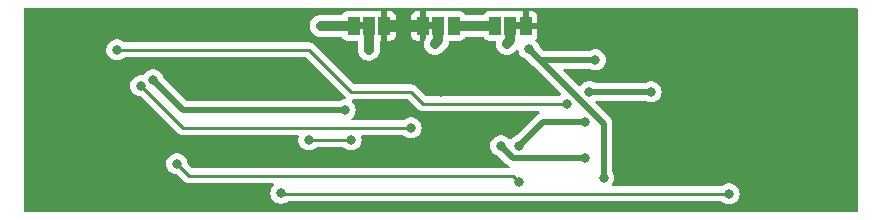
<source format=gbr>
%TF.GenerationSoftware,KiCad,Pcbnew,7.0.10-7.0.10~ubuntu22.04.1*%
%TF.CreationDate,2024-03-22T20:20:15-04:00*%
%TF.ProjectId,mechanicalkeyboard-touchid-hub,6d656368-616e-4696-9361-6c6b6579626f,rev?*%
%TF.SameCoordinates,Original*%
%TF.FileFunction,Copper,L2,Bot*%
%TF.FilePolarity,Positive*%
%FSLAX46Y46*%
G04 Gerber Fmt 4.6, Leading zero omitted, Abs format (unit mm)*
G04 Created by KiCad (PCBNEW 7.0.10-7.0.10~ubuntu22.04.1) date 2024-03-22 20:20:15*
%MOMM*%
%LPD*%
G01*
G04 APERTURE LIST*
%TA.AperFunction,SMDPad,CuDef*%
%ADD10R,1.000000X1.500000*%
%TD*%
%TA.AperFunction,ViaPad*%
%ADD11C,0.800000*%
%TD*%
%TA.AperFunction,Conductor*%
%ADD12C,0.250000*%
%TD*%
%TA.AperFunction,Conductor*%
%ADD13C,0.500000*%
%TD*%
%TA.AperFunction,Conductor*%
%ADD14C,1.000000*%
%TD*%
%TA.AperFunction,Conductor*%
%ADD15C,0.850000*%
%TD*%
G04 APERTURE END LIST*
%TA.AperFunction,EtchedComponent*%
%TO.C,JP2*%
G36*
X77608000Y-39416000D02*
G01*
X77108000Y-39416000D01*
X77108000Y-38816000D01*
X77608000Y-38816000D01*
X77608000Y-39416000D01*
G37*
%TD.AperFunction*%
%TA.AperFunction,EtchedComponent*%
%TO.C,JP3*%
G36*
X85004000Y-39416000D02*
G01*
X84504000Y-39416000D01*
X84504000Y-38816000D01*
X85004000Y-38816000D01*
X85004000Y-39416000D01*
G37*
%TD.AperFunction*%
%TA.AperFunction,EtchedComponent*%
%TO.C,JP1*%
G36*
X71736000Y-39416000D02*
G01*
X71236000Y-39416000D01*
X71236000Y-38816000D01*
X71736000Y-38816000D01*
X71736000Y-39416000D01*
G37*
%TD.AperFunction*%
%TD*%
D10*
%TO.P,JP2,1,A*%
%TO.N,GND*%
X76708000Y-39116000D03*
%TO.P,JP2,2,C*%
%TO.N,NP0*%
X78008000Y-39116000D03*
%TO.P,JP2,3,B*%
%TO.N,+3V3*%
X79308000Y-39116000D03*
%TD*%
%TO.P,JP3,1,A*%
%TO.N,GND*%
X85404000Y-39116000D03*
%TO.P,JP3,2,C*%
%TO.N,NP1*%
X84104000Y-39116000D03*
%TO.P,JP3,3,B*%
%TO.N,+3V3*%
X82804000Y-39116000D03*
%TD*%
%TO.P,JP1,1,A*%
%TO.N,+3V3*%
X70836000Y-39116000D03*
%TO.P,JP1,2,C*%
%TO.N,NP3*%
X72136000Y-39116000D03*
%TO.P,JP1,3,B*%
%TO.N,GND*%
X73436000Y-39116000D03*
%TD*%
D11*
%TO.N,GND*%
X95600000Y-47600000D03*
X90000000Y-38800000D03*
%TO.N,USBPWR_DN1*%
X64700000Y-53300000D03*
%TO.N,+3V3*%
X91300000Y-42000000D03*
X92000000Y-52000000D03*
%TO.N,OC2*%
X90800000Y-44700000D03*
%TO.N,+3V3*%
X85700000Y-41100000D03*
%TO.N,GND*%
X48260000Y-38608000D03*
X49276000Y-50292000D03*
X79248000Y-47244000D03*
X57912000Y-48768000D03*
X98044000Y-51308000D03*
X74168000Y-48768000D03*
X69088000Y-41148000D03*
X78232000Y-44704000D03*
X66548000Y-44196000D03*
X104140000Y-46736000D03*
X57912000Y-42164000D03*
X107696000Y-46228000D03*
X106172000Y-53340000D03*
X48768000Y-45212000D03*
X46736000Y-41656000D03*
X106680000Y-40132000D03*
X74676000Y-46228000D03*
%TO.N,+3V3*%
X68072000Y-39116000D03*
X81280000Y-39116000D03*
%TO.N,+5V*%
X50800000Y-41148000D03*
X88900000Y-45720000D03*
%TO.N,USBDP_DN1*%
X55880000Y-50800000D03*
X84836000Y-52324000D03*
%TO.N,USBPWR_DN1*%
X102616000Y-53340000D03*
%TO.N,Net-(U1-DM0)*%
X52832000Y-44196000D03*
X75692000Y-47752000D03*
%TO.N,PWR1*%
X84836000Y-49276000D03*
X90424000Y-47244000D03*
%TO.N,OC1*%
X83312000Y-49276000D03*
X90424000Y-50292000D03*
%TO.N,OC2*%
X96012000Y-44704000D03*
%TO.N,XTAL1*%
X67056000Y-48768000D03*
X70612000Y-48768000D03*
%TO.N,NP0*%
X77724000Y-40640000D03*
%TO.N,NP1*%
X83820000Y-40640000D03*
%TO.N,NP3*%
X72136000Y-41148000D03*
%TO.N,XTAL2*%
X53848000Y-43688000D03*
X70104000Y-46228000D03*
%TD*%
D12*
%TO.N,USBPWR_DN1*%
X64700000Y-53300000D02*
X64740000Y-53340000D01*
X64740000Y-53340000D02*
X102616000Y-53340000D01*
D13*
%TO.N,+3V3*%
X91300000Y-42000000D02*
X86600000Y-42000000D01*
D12*
X86600000Y-42000000D02*
X85700000Y-41100000D01*
D13*
X92000000Y-47400000D02*
X92000000Y-52000000D01*
X85700000Y-41100000D02*
X92000000Y-47400000D01*
%TO.N,OC2*%
X90800000Y-44700000D02*
X96008000Y-44700000D01*
X96008000Y-44700000D02*
X96012000Y-44704000D01*
D14*
%TO.N,GND*%
X76708000Y-39116000D02*
X73436000Y-39116000D01*
D15*
%TO.N,+3V3*%
X68072000Y-39116000D02*
X70836000Y-39116000D01*
X82804000Y-39116000D02*
X81280000Y-39116000D01*
X81280000Y-39116000D02*
X79308000Y-39116000D01*
D12*
%TO.N,+5V*%
X76708000Y-45720000D02*
X75692000Y-44704000D01*
X70612000Y-44704000D02*
X67056000Y-41148000D01*
X75692000Y-44704000D02*
X70612000Y-44704000D01*
X88900000Y-45720000D02*
X76708000Y-45720000D01*
X67056000Y-41148000D02*
X50800000Y-41148000D01*
%TO.N,USBDP_DN1*%
X84328000Y-51816000D02*
X56896000Y-51816000D01*
X84836000Y-52324000D02*
X84328000Y-51816000D01*
X56896000Y-51816000D02*
X55880000Y-50800000D01*
%TO.N,Net-(U1-DM0)*%
X56388000Y-47752000D02*
X75692000Y-47752000D01*
X52832000Y-44196000D02*
X56388000Y-47752000D01*
D13*
%TO.N,PWR1*%
X84836000Y-49276000D02*
X86868000Y-47244000D01*
X86868000Y-47244000D02*
X90424000Y-47244000D01*
%TO.N,OC1*%
X84328000Y-50292000D02*
X90424000Y-50292000D01*
X83312000Y-49276000D02*
X84328000Y-50292000D01*
D12*
%TO.N,XTAL1*%
X67056000Y-48768000D02*
X70612000Y-48768000D01*
D15*
%TO.N,NP0*%
X78008000Y-40356000D02*
X77724000Y-40640000D01*
X78008000Y-39116000D02*
X78008000Y-40356000D01*
%TO.N,NP1*%
X84104000Y-40356000D02*
X83820000Y-40640000D01*
X84104000Y-39116000D02*
X84104000Y-40356000D01*
%TO.N,NP3*%
X72136000Y-39116000D02*
X72136000Y-41148000D01*
D13*
%TO.N,XTAL2*%
X53848000Y-43688000D02*
X56388000Y-46228000D01*
X56388000Y-46228000D02*
X70104000Y-46228000D01*
%TD*%
%TA.AperFunction,Conductor*%
%TO.N,GND*%
G36*
X113480539Y-37612185D02*
G01*
X113526294Y-37664989D01*
X113537500Y-37716500D01*
X113537500Y-54739500D01*
X113517815Y-54806539D01*
X113465011Y-54852294D01*
X113413500Y-54863500D01*
X43050500Y-54863500D01*
X42983461Y-54843815D01*
X42937706Y-54791011D01*
X42926500Y-54739500D01*
X42926500Y-41148000D01*
X49894540Y-41148000D01*
X49914326Y-41336256D01*
X49914327Y-41336259D01*
X49972818Y-41516277D01*
X49972821Y-41516284D01*
X50067467Y-41680216D01*
X50169185Y-41793185D01*
X50194129Y-41820888D01*
X50347265Y-41932148D01*
X50347270Y-41932151D01*
X50520192Y-42009142D01*
X50520197Y-42009144D01*
X50705354Y-42048500D01*
X50705355Y-42048500D01*
X50894644Y-42048500D01*
X50894646Y-42048500D01*
X51079803Y-42009144D01*
X51252730Y-41932151D01*
X51405871Y-41820888D01*
X51408788Y-41817647D01*
X51411600Y-41814526D01*
X51471087Y-41777879D01*
X51503748Y-41773500D01*
X66745548Y-41773500D01*
X66812587Y-41793185D01*
X66833229Y-41809819D01*
X70111197Y-45087788D01*
X70121022Y-45100051D01*
X70121243Y-45099869D01*
X70126210Y-45105874D01*
X70133913Y-45113107D01*
X70169308Y-45173348D01*
X70166516Y-45243162D01*
X70126423Y-45300383D01*
X70061758Y-45326845D01*
X70049030Y-45327500D01*
X70009354Y-45327500D01*
X69999945Y-45329500D01*
X69824197Y-45366855D01*
X69824192Y-45366857D01*
X69651270Y-45443848D01*
X69651265Y-45443851D01*
X69637548Y-45453818D01*
X69571742Y-45477298D01*
X69564663Y-45477500D01*
X56750229Y-45477500D01*
X56683190Y-45457815D01*
X56662548Y-45441181D01*
X54760770Y-43539402D01*
X54730521Y-43490041D01*
X54680099Y-43334857D01*
X54675181Y-43319721D01*
X54675178Y-43319715D01*
X54580533Y-43155784D01*
X54453871Y-43015112D01*
X54453870Y-43015111D01*
X54300734Y-42903851D01*
X54300729Y-42903848D01*
X54127807Y-42826857D01*
X54127802Y-42826855D01*
X53982001Y-42795865D01*
X53942646Y-42787500D01*
X53753354Y-42787500D01*
X53720897Y-42794398D01*
X53568197Y-42826855D01*
X53568192Y-42826857D01*
X53395270Y-42903848D01*
X53395265Y-42903851D01*
X53242129Y-43015111D01*
X53115465Y-43155785D01*
X53068025Y-43237955D01*
X53017458Y-43286171D01*
X52948851Y-43299393D01*
X52934861Y-43297246D01*
X52931960Y-43296629D01*
X52926646Y-43295500D01*
X52737354Y-43295500D01*
X52729140Y-43297246D01*
X52552197Y-43334855D01*
X52552192Y-43334857D01*
X52379270Y-43411848D01*
X52379265Y-43411851D01*
X52226129Y-43523111D01*
X52099466Y-43663785D01*
X52004821Y-43827715D01*
X52004818Y-43827722D01*
X51946327Y-44007740D01*
X51946326Y-44007744D01*
X51926540Y-44196000D01*
X51946326Y-44384256D01*
X51946327Y-44384259D01*
X52004818Y-44564277D01*
X52004821Y-44564284D01*
X52099467Y-44728216D01*
X52183673Y-44821736D01*
X52226129Y-44868888D01*
X52379265Y-44980148D01*
X52379270Y-44980151D01*
X52552192Y-45057142D01*
X52552197Y-45057144D01*
X52737354Y-45096500D01*
X52796548Y-45096500D01*
X52863587Y-45116185D01*
X52884229Y-45132819D01*
X55887197Y-48135788D01*
X55897022Y-48148051D01*
X55897243Y-48147869D01*
X55902211Y-48153874D01*
X55951222Y-48199899D01*
X55954021Y-48202612D01*
X55973522Y-48222114D01*
X55973526Y-48222117D01*
X55973529Y-48222120D01*
X55976702Y-48224581D01*
X55985574Y-48232159D01*
X56017418Y-48262062D01*
X56034976Y-48271714D01*
X56051235Y-48282395D01*
X56067064Y-48294673D01*
X56107155Y-48312021D01*
X56117626Y-48317151D01*
X56140180Y-48329550D01*
X56155902Y-48338194D01*
X56155904Y-48338195D01*
X56155908Y-48338197D01*
X56175316Y-48343180D01*
X56193719Y-48349481D01*
X56212101Y-48357436D01*
X56212102Y-48357436D01*
X56212104Y-48357437D01*
X56255250Y-48364270D01*
X56266672Y-48366636D01*
X56308981Y-48377500D01*
X56329016Y-48377500D01*
X56348414Y-48379026D01*
X56368194Y-48382159D01*
X56368195Y-48382160D01*
X56368195Y-48382159D01*
X56368196Y-48382160D01*
X56411675Y-48378050D01*
X56423344Y-48377500D01*
X66065368Y-48377500D01*
X66132407Y-48397185D01*
X66178162Y-48449989D01*
X66188106Y-48519147D01*
X66183300Y-48539813D01*
X66177645Y-48557217D01*
X66170326Y-48579742D01*
X66162679Y-48652500D01*
X66150540Y-48768000D01*
X66170326Y-48956256D01*
X66170327Y-48956259D01*
X66228818Y-49136277D01*
X66228821Y-49136284D01*
X66323467Y-49300216D01*
X66413181Y-49399853D01*
X66450129Y-49440888D01*
X66603265Y-49552148D01*
X66603270Y-49552151D01*
X66776192Y-49629142D01*
X66776197Y-49629144D01*
X66961354Y-49668500D01*
X66961355Y-49668500D01*
X67150644Y-49668500D01*
X67150646Y-49668500D01*
X67335803Y-49629144D01*
X67508730Y-49552151D01*
X67661871Y-49440888D01*
X67664788Y-49437647D01*
X67667600Y-49434526D01*
X67727087Y-49397879D01*
X67759748Y-49393500D01*
X69908252Y-49393500D01*
X69975291Y-49413185D01*
X70000400Y-49434526D01*
X70006126Y-49440885D01*
X70006130Y-49440889D01*
X70159265Y-49552148D01*
X70159270Y-49552151D01*
X70332192Y-49629142D01*
X70332197Y-49629144D01*
X70517354Y-49668500D01*
X70517355Y-49668500D01*
X70706644Y-49668500D01*
X70706646Y-49668500D01*
X70891803Y-49629144D01*
X71064730Y-49552151D01*
X71217871Y-49440888D01*
X71344533Y-49300216D01*
X71439179Y-49136284D01*
X71497674Y-48956256D01*
X71517460Y-48768000D01*
X71497674Y-48579744D01*
X71484700Y-48539817D01*
X71482706Y-48469978D01*
X71518786Y-48410145D01*
X71581487Y-48379316D01*
X71602632Y-48377500D01*
X74988252Y-48377500D01*
X75055291Y-48397185D01*
X75080400Y-48418526D01*
X75086126Y-48424885D01*
X75086130Y-48424889D01*
X75239265Y-48536148D01*
X75239270Y-48536151D01*
X75412192Y-48613142D01*
X75412197Y-48613144D01*
X75597354Y-48652500D01*
X75597355Y-48652500D01*
X75786644Y-48652500D01*
X75786646Y-48652500D01*
X75971803Y-48613144D01*
X76144730Y-48536151D01*
X76297871Y-48424888D01*
X76424533Y-48284216D01*
X76519179Y-48120284D01*
X76577674Y-47940256D01*
X76597460Y-47752000D01*
X76577674Y-47563744D01*
X76519179Y-47383716D01*
X76424533Y-47219784D01*
X76297871Y-47079112D01*
X76297870Y-47079111D01*
X76144734Y-46967851D01*
X76144729Y-46967848D01*
X75971807Y-46890857D01*
X75971802Y-46890855D01*
X75826001Y-46859865D01*
X75786646Y-46851500D01*
X75597354Y-46851500D01*
X75564897Y-46858398D01*
X75412197Y-46890855D01*
X75412192Y-46890857D01*
X75239270Y-46967848D01*
X75239265Y-46967851D01*
X75086130Y-47079110D01*
X75086126Y-47079114D01*
X75080400Y-47085474D01*
X75020913Y-47122121D01*
X74988252Y-47126500D01*
X70780975Y-47126500D01*
X70713936Y-47106815D01*
X70668181Y-47054011D01*
X70658237Y-46984853D01*
X70687262Y-46921297D01*
X70708091Y-46902181D01*
X70709871Y-46900888D01*
X70836533Y-46760216D01*
X70931179Y-46596284D01*
X70989674Y-46416256D01*
X71009460Y-46228000D01*
X70989674Y-46039744D01*
X70931179Y-45859716D01*
X70836533Y-45695784D01*
X70709871Y-45555112D01*
X70708090Y-45553818D01*
X70707309Y-45552805D01*
X70705042Y-45550764D01*
X70705415Y-45550349D01*
X70665424Y-45498490D01*
X70659444Y-45428876D01*
X70692050Y-45367081D01*
X70752888Y-45332723D01*
X70780975Y-45329500D01*
X75381548Y-45329500D01*
X75448587Y-45349185D01*
X75469229Y-45365819D01*
X76207197Y-46103788D01*
X76217022Y-46116051D01*
X76217243Y-46115869D01*
X76222211Y-46121874D01*
X76222213Y-46121876D01*
X76222214Y-46121877D01*
X76271222Y-46167899D01*
X76274021Y-46170612D01*
X76293522Y-46190114D01*
X76293526Y-46190117D01*
X76293529Y-46190120D01*
X76296702Y-46192581D01*
X76305574Y-46200159D01*
X76337418Y-46230062D01*
X76354976Y-46239714D01*
X76371233Y-46250393D01*
X76387064Y-46262673D01*
X76416803Y-46275542D01*
X76427152Y-46280021D01*
X76437641Y-46285160D01*
X76461457Y-46298252D01*
X76475908Y-46306197D01*
X76488523Y-46309435D01*
X76495305Y-46311177D01*
X76513719Y-46317481D01*
X76532104Y-46325438D01*
X76575261Y-46332273D01*
X76586656Y-46334632D01*
X76628981Y-46345500D01*
X76649016Y-46345500D01*
X76668413Y-46347026D01*
X76688196Y-46350160D01*
X76731675Y-46346050D01*
X76743344Y-46345500D01*
X86454149Y-46345500D01*
X86521188Y-46365185D01*
X86566943Y-46417989D01*
X86576887Y-46487147D01*
X86547862Y-46550703D01*
X86522287Y-46573101D01*
X86466221Y-46609975D01*
X86463181Y-46611912D01*
X86399348Y-46651285D01*
X86393683Y-46655765D01*
X86393647Y-46655719D01*
X86387798Y-46660484D01*
X86387835Y-46660528D01*
X86382310Y-46665164D01*
X86330832Y-46719726D01*
X86328320Y-46722311D01*
X84683228Y-48367402D01*
X84621905Y-48400887D01*
X84621329Y-48401011D01*
X84556196Y-48414856D01*
X84556192Y-48414857D01*
X84383270Y-48491848D01*
X84383265Y-48491851D01*
X84230129Y-48603111D01*
X84230128Y-48603112D01*
X84166149Y-48674168D01*
X84106663Y-48710816D01*
X84036806Y-48709485D01*
X83981851Y-48674168D01*
X83917871Y-48603112D01*
X83917870Y-48603111D01*
X83764734Y-48491851D01*
X83764729Y-48491848D01*
X83591807Y-48414857D01*
X83591802Y-48414855D01*
X83437974Y-48382159D01*
X83406646Y-48375500D01*
X83217354Y-48375500D01*
X83200761Y-48379027D01*
X83032197Y-48414855D01*
X83032192Y-48414857D01*
X82859270Y-48491848D01*
X82859265Y-48491851D01*
X82706129Y-48603111D01*
X82579466Y-48743785D01*
X82484821Y-48907715D01*
X82484818Y-48907722D01*
X82426327Y-49087740D01*
X82426326Y-49087744D01*
X82406540Y-49276000D01*
X82426326Y-49464256D01*
X82426327Y-49464259D01*
X82484818Y-49644277D01*
X82484821Y-49644284D01*
X82579467Y-49808216D01*
X82661660Y-49899500D01*
X82706129Y-49948888D01*
X82859265Y-50060148D01*
X82859270Y-50060151D01*
X83032191Y-50137142D01*
X83032193Y-50137142D01*
X83032197Y-50137144D01*
X83097329Y-50150987D01*
X83158809Y-50184178D01*
X83159228Y-50184596D01*
X83752270Y-50777638D01*
X83764051Y-50791270D01*
X83778388Y-50810528D01*
X83816337Y-50842372D01*
X83824310Y-50849679D01*
X83828217Y-50853586D01*
X83828223Y-50853591D01*
X83852537Y-50872816D01*
X83855318Y-50875080D01*
X83882956Y-50898271D01*
X83912789Y-50923305D01*
X83918818Y-50927270D01*
X83918785Y-50927319D01*
X83925147Y-50931372D01*
X83925179Y-50931321D01*
X83931319Y-50935108D01*
X83931323Y-50935111D01*
X83958800Y-50947924D01*
X83972083Y-50954118D01*
X84024522Y-51000291D01*
X84043674Y-51067484D01*
X84023458Y-51134365D01*
X83970292Y-51179700D01*
X83919678Y-51190500D01*
X57206452Y-51190500D01*
X57139413Y-51170815D01*
X57118771Y-51154181D01*
X56969176Y-51004586D01*
X56818960Y-50854369D01*
X56785475Y-50793046D01*
X56783323Y-50779668D01*
X56765674Y-50611744D01*
X56707179Y-50431716D01*
X56612533Y-50267784D01*
X56485871Y-50127112D01*
X56485870Y-50127111D01*
X56332734Y-50015851D01*
X56332729Y-50015848D01*
X56159807Y-49938857D01*
X56159802Y-49938855D01*
X56014001Y-49907865D01*
X55974646Y-49899500D01*
X55785354Y-49899500D01*
X55752897Y-49906398D01*
X55600197Y-49938855D01*
X55600192Y-49938857D01*
X55427270Y-50015848D01*
X55427265Y-50015851D01*
X55274129Y-50127111D01*
X55147466Y-50267785D01*
X55052821Y-50431715D01*
X55052818Y-50431722D01*
X54994327Y-50611740D01*
X54994326Y-50611744D01*
X54974540Y-50800000D01*
X54994326Y-50988256D01*
X54994327Y-50988259D01*
X55052818Y-51168277D01*
X55052821Y-51168284D01*
X55147467Y-51332216D01*
X55229660Y-51423500D01*
X55274129Y-51472888D01*
X55427265Y-51584148D01*
X55427270Y-51584151D01*
X55600192Y-51661142D01*
X55600197Y-51661144D01*
X55785354Y-51700500D01*
X55844548Y-51700500D01*
X55911587Y-51720185D01*
X55932228Y-51736818D01*
X56195409Y-52000000D01*
X56395197Y-52199788D01*
X56405022Y-52212051D01*
X56405243Y-52211869D01*
X56410211Y-52217874D01*
X56459222Y-52263899D01*
X56462021Y-52266612D01*
X56481522Y-52286114D01*
X56481526Y-52286117D01*
X56481529Y-52286120D01*
X56484702Y-52288581D01*
X56493574Y-52296159D01*
X56525418Y-52326062D01*
X56542976Y-52335714D01*
X56559233Y-52346393D01*
X56575064Y-52358673D01*
X56604803Y-52371542D01*
X56615152Y-52376021D01*
X56625641Y-52381160D01*
X56649457Y-52394252D01*
X56663908Y-52402197D01*
X56676523Y-52405435D01*
X56683305Y-52407177D01*
X56701719Y-52413481D01*
X56720104Y-52421438D01*
X56763261Y-52428273D01*
X56774656Y-52430632D01*
X56816981Y-52441500D01*
X56837016Y-52441500D01*
X56856413Y-52443026D01*
X56876196Y-52446160D01*
X56919675Y-52442050D01*
X56931344Y-52441500D01*
X63982746Y-52441500D01*
X64049785Y-52461185D01*
X64095540Y-52513989D01*
X64105484Y-52583147D01*
X64076459Y-52646703D01*
X64074896Y-52648472D01*
X63967466Y-52767785D01*
X63872821Y-52931715D01*
X63872818Y-52931722D01*
X63814327Y-53111740D01*
X63814326Y-53111744D01*
X63794540Y-53300000D01*
X63814326Y-53488256D01*
X63814327Y-53488259D01*
X63872818Y-53668277D01*
X63872821Y-53668284D01*
X63967467Y-53832216D01*
X64087477Y-53965500D01*
X64094129Y-53972888D01*
X64247265Y-54084148D01*
X64247270Y-54084151D01*
X64420192Y-54161142D01*
X64420197Y-54161144D01*
X64605354Y-54200500D01*
X64605355Y-54200500D01*
X64794644Y-54200500D01*
X64794646Y-54200500D01*
X64979803Y-54161144D01*
X65152730Y-54084151D01*
X65283445Y-53989181D01*
X65349250Y-53965702D01*
X65356329Y-53965500D01*
X101912252Y-53965500D01*
X101979291Y-53985185D01*
X102004400Y-54006526D01*
X102010126Y-54012885D01*
X102010130Y-54012889D01*
X102163265Y-54124148D01*
X102163270Y-54124151D01*
X102336192Y-54201142D01*
X102336197Y-54201144D01*
X102521354Y-54240500D01*
X102521355Y-54240500D01*
X102710644Y-54240500D01*
X102710646Y-54240500D01*
X102895803Y-54201144D01*
X103068730Y-54124151D01*
X103221871Y-54012888D01*
X103348533Y-53872216D01*
X103443179Y-53708284D01*
X103501674Y-53528256D01*
X103521460Y-53340000D01*
X103501674Y-53151744D01*
X103443179Y-52971716D01*
X103348533Y-52807784D01*
X103221871Y-52667112D01*
X103221870Y-52667111D01*
X103068734Y-52555851D01*
X103068729Y-52555848D01*
X102895807Y-52478857D01*
X102895802Y-52478855D01*
X102727239Y-52443027D01*
X102710646Y-52439500D01*
X102521354Y-52439500D01*
X102504761Y-52443027D01*
X102336197Y-52478855D01*
X102336192Y-52478857D01*
X102163270Y-52555848D01*
X102163265Y-52555851D01*
X102010130Y-52667110D01*
X102010126Y-52667114D01*
X102004400Y-52673474D01*
X101944913Y-52710121D01*
X101912252Y-52714500D01*
X92842066Y-52714500D01*
X92775027Y-52694815D01*
X92729272Y-52642011D01*
X92719328Y-52572853D01*
X92734679Y-52528501D01*
X92827176Y-52368289D01*
X92827175Y-52368289D01*
X92827179Y-52368284D01*
X92885674Y-52188256D01*
X92905460Y-52000000D01*
X92885674Y-51811744D01*
X92827179Y-51631716D01*
X92799716Y-51584148D01*
X92767113Y-51527677D01*
X92750500Y-51465677D01*
X92750500Y-47463705D01*
X92751809Y-47445735D01*
X92755289Y-47421974D01*
X92750972Y-47372635D01*
X92750500Y-47361826D01*
X92750500Y-47356296D01*
X92750500Y-47356291D01*
X92746898Y-47325478D01*
X92746534Y-47321915D01*
X92739998Y-47247206D01*
X92739998Y-47247202D01*
X92739995Y-47247195D01*
X92738538Y-47240133D01*
X92738597Y-47240120D01*
X92736967Y-47232764D01*
X92736908Y-47232779D01*
X92735241Y-47225747D01*
X92735241Y-47225745D01*
X92709563Y-47155196D01*
X92708424Y-47151918D01*
X92684814Y-47080665D01*
X92684813Y-47080663D01*
X92681763Y-47074121D01*
X92681817Y-47074095D01*
X92678533Y-47067312D01*
X92678480Y-47067340D01*
X92675238Y-47060885D01*
X92643185Y-47012151D01*
X92633994Y-46998176D01*
X92632118Y-46995232D01*
X92592711Y-46931344D01*
X92592708Y-46931341D01*
X92588233Y-46925681D01*
X92588280Y-46925643D01*
X92583519Y-46919799D01*
X92583474Y-46919838D01*
X92578831Y-46914305D01*
X92524272Y-46862831D01*
X92521685Y-46860318D01*
X91323549Y-45662181D01*
X91290064Y-45600858D01*
X91295048Y-45531166D01*
X91336920Y-45475233D01*
X91402384Y-45450816D01*
X91411230Y-45450500D01*
X95467158Y-45450500D01*
X95534197Y-45470185D01*
X95540044Y-45474183D01*
X95559264Y-45488147D01*
X95559270Y-45488151D01*
X95732192Y-45565142D01*
X95732197Y-45565144D01*
X95917354Y-45604500D01*
X95917355Y-45604500D01*
X96106644Y-45604500D01*
X96106646Y-45604500D01*
X96291803Y-45565144D01*
X96464730Y-45488151D01*
X96617871Y-45376888D01*
X96744533Y-45236216D01*
X96839179Y-45072284D01*
X96897674Y-44892256D01*
X96917460Y-44704000D01*
X96897674Y-44515744D01*
X96839179Y-44335716D01*
X96744533Y-44171784D01*
X96617871Y-44031112D01*
X96617870Y-44031111D01*
X96464734Y-43919851D01*
X96464729Y-43919848D01*
X96291807Y-43842857D01*
X96291802Y-43842855D01*
X96146001Y-43811865D01*
X96106646Y-43803500D01*
X95917354Y-43803500D01*
X95884897Y-43810398D01*
X95732197Y-43842855D01*
X95732192Y-43842857D01*
X95559270Y-43919848D01*
X95559269Y-43919849D01*
X95551056Y-43925817D01*
X95485250Y-43949298D01*
X95478169Y-43949500D01*
X91339337Y-43949500D01*
X91272298Y-43929815D01*
X91266452Y-43925818D01*
X91252734Y-43915851D01*
X91252729Y-43915848D01*
X91079807Y-43838857D01*
X91079802Y-43838855D01*
X90934001Y-43807865D01*
X90894646Y-43799500D01*
X90705354Y-43799500D01*
X90672897Y-43806398D01*
X90520197Y-43838855D01*
X90520192Y-43838857D01*
X90347270Y-43915848D01*
X90347265Y-43915851D01*
X90194129Y-44027111D01*
X90067466Y-44167785D01*
X90061033Y-44178926D01*
X90010463Y-44227139D01*
X89941855Y-44240358D01*
X89876992Y-44214386D01*
X89865968Y-44204601D01*
X88623549Y-42962181D01*
X88590064Y-42900858D01*
X88595048Y-42831166D01*
X88636920Y-42775233D01*
X88702384Y-42750816D01*
X88711230Y-42750500D01*
X90760663Y-42750500D01*
X90827702Y-42770185D01*
X90833548Y-42774182D01*
X90847265Y-42784148D01*
X90847270Y-42784151D01*
X91020192Y-42861142D01*
X91020197Y-42861144D01*
X91205354Y-42900500D01*
X91205355Y-42900500D01*
X91394644Y-42900500D01*
X91394646Y-42900500D01*
X91579803Y-42861144D01*
X91752730Y-42784151D01*
X91905871Y-42672888D01*
X92032533Y-42532216D01*
X92127179Y-42368284D01*
X92185674Y-42188256D01*
X92205460Y-42000000D01*
X92185674Y-41811744D01*
X92131112Y-41643823D01*
X92127181Y-41631722D01*
X92127180Y-41631721D01*
X92127179Y-41631716D01*
X92032533Y-41467784D01*
X91905871Y-41327112D01*
X91905870Y-41327111D01*
X91752734Y-41215851D01*
X91752729Y-41215848D01*
X91579807Y-41138857D01*
X91579802Y-41138855D01*
X91434001Y-41107865D01*
X91394646Y-41099500D01*
X91205354Y-41099500D01*
X91172897Y-41106398D01*
X91020197Y-41138855D01*
X91020192Y-41138857D01*
X90847270Y-41215848D01*
X90847265Y-41215851D01*
X90833548Y-41225818D01*
X90767742Y-41249298D01*
X90760663Y-41249500D01*
X86962230Y-41249500D01*
X86895191Y-41229815D01*
X86874549Y-41213181D01*
X86612770Y-40951402D01*
X86582521Y-40902041D01*
X86534592Y-40754530D01*
X86527181Y-40731721D01*
X86527178Y-40731715D01*
X86515373Y-40711268D01*
X86432533Y-40567784D01*
X86305871Y-40427112D01*
X86305870Y-40427111D01*
X86305868Y-40427109D01*
X86279337Y-40407833D01*
X86236671Y-40352503D01*
X86230693Y-40282890D01*
X86257720Y-40231669D01*
X86255875Y-40230288D01*
X86347350Y-40108093D01*
X86347354Y-40108086D01*
X86397596Y-39973379D01*
X86397598Y-39973372D01*
X86403999Y-39913844D01*
X86404000Y-39913827D01*
X86404000Y-39366000D01*
X85278000Y-39366000D01*
X85210961Y-39346315D01*
X85165206Y-39293511D01*
X85154000Y-39242000D01*
X85154000Y-37866000D01*
X85654000Y-37866000D01*
X85654000Y-38866000D01*
X86404000Y-38866000D01*
X86404000Y-38318172D01*
X86403999Y-38318155D01*
X86397598Y-38258627D01*
X86397596Y-38258620D01*
X86347354Y-38123913D01*
X86347350Y-38123906D01*
X86261190Y-38008812D01*
X86261187Y-38008809D01*
X86146093Y-37922649D01*
X86146086Y-37922645D01*
X86011379Y-37872403D01*
X86011372Y-37872401D01*
X85951844Y-37866000D01*
X85654000Y-37866000D01*
X85154000Y-37866000D01*
X84856155Y-37866000D01*
X84796624Y-37872401D01*
X84789073Y-37874186D01*
X84788684Y-37872542D01*
X84728348Y-37876853D01*
X84711614Y-37871939D01*
X84711483Y-37871908D01*
X84651883Y-37865501D01*
X84651881Y-37865500D01*
X84651873Y-37865500D01*
X84651864Y-37865500D01*
X83556129Y-37865500D01*
X83556123Y-37865501D01*
X83496520Y-37871908D01*
X83488974Y-37873692D01*
X83488628Y-37872230D01*
X83427622Y-37876584D01*
X83412600Y-37872172D01*
X83411482Y-37871908D01*
X83351883Y-37865501D01*
X83351881Y-37865500D01*
X83351873Y-37865500D01*
X83351864Y-37865500D01*
X82256129Y-37865500D01*
X82256123Y-37865501D01*
X82196516Y-37871908D01*
X82061671Y-37922202D01*
X82061664Y-37922206D01*
X81946455Y-38008452D01*
X81946452Y-38008455D01*
X81860207Y-38123663D01*
X81858973Y-38125924D01*
X81857150Y-38127746D01*
X81854888Y-38130769D01*
X81854453Y-38130443D01*
X81809569Y-38175331D01*
X81750139Y-38190500D01*
X80361861Y-38190500D01*
X80294822Y-38170815D01*
X80257362Y-38130581D01*
X80257112Y-38130769D01*
X80255364Y-38128434D01*
X80253027Y-38125924D01*
X80251797Y-38123673D01*
X80251796Y-38123669D01*
X80165546Y-38008454D01*
X80165544Y-38008452D01*
X80050335Y-37922206D01*
X80050328Y-37922202D01*
X79915482Y-37871908D01*
X79915483Y-37871908D01*
X79855883Y-37865501D01*
X79855881Y-37865500D01*
X79855873Y-37865500D01*
X79855864Y-37865500D01*
X78760129Y-37865500D01*
X78760123Y-37865501D01*
X78700520Y-37871908D01*
X78692974Y-37873692D01*
X78692628Y-37872230D01*
X78631622Y-37876584D01*
X78616600Y-37872172D01*
X78615482Y-37871908D01*
X78555883Y-37865501D01*
X78555881Y-37865500D01*
X78555873Y-37865500D01*
X78555864Y-37865500D01*
X77460129Y-37865500D01*
X77460123Y-37865501D01*
X77400515Y-37871909D01*
X77392971Y-37873692D01*
X77392675Y-37872439D01*
X77330926Y-37876855D01*
X77317357Y-37872870D01*
X77315372Y-37872401D01*
X77255844Y-37866000D01*
X76958000Y-37866000D01*
X76958000Y-40075000D01*
X76944485Y-40131295D01*
X76855211Y-40306503D01*
X76804859Y-40494421D01*
X76804858Y-40494422D01*
X76794677Y-40688703D01*
X76825109Y-40880853D01*
X76825110Y-40880856D01*
X76894830Y-41062481D01*
X77000782Y-41225634D01*
X77000788Y-41225641D01*
X77000790Y-41225644D01*
X77138356Y-41363210D01*
X77138359Y-41363212D01*
X77138365Y-41363217D01*
X77301518Y-41469169D01*
X77483143Y-41538889D01*
X77483146Y-41538890D01*
X77579220Y-41554106D01*
X77675297Y-41569323D01*
X77869578Y-41559141D01*
X78057497Y-41508788D01*
X78230840Y-41420465D01*
X78344130Y-41328725D01*
X78604030Y-41068823D01*
X78618811Y-41056200D01*
X78630692Y-41047569D01*
X78677406Y-40995686D01*
X78681837Y-40991016D01*
X78696725Y-40976130D01*
X78709957Y-40959787D01*
X78714144Y-40954884D01*
X78760870Y-40902992D01*
X78768208Y-40890281D01*
X78779230Y-40874243D01*
X78788465Y-40862840D01*
X78820155Y-40800644D01*
X78823239Y-40794964D01*
X78832039Y-40779722D01*
X78858144Y-40734508D01*
X78862679Y-40720549D01*
X78870125Y-40702574D01*
X78876785Y-40689502D01*
X78876788Y-40689497D01*
X78894854Y-40622070D01*
X78896686Y-40615883D01*
X78918262Y-40549482D01*
X78919796Y-40534887D01*
X78923344Y-40515745D01*
X78927141Y-40501577D01*
X78928061Y-40484012D01*
X78951225Y-40418095D01*
X79006350Y-40375165D01*
X79051891Y-40366499D01*
X79855871Y-40366499D01*
X79855872Y-40366499D01*
X79915483Y-40360091D01*
X80050331Y-40309796D01*
X80165546Y-40223546D01*
X80251796Y-40108331D01*
X80251798Y-40108323D01*
X80253027Y-40106076D01*
X80254849Y-40104253D01*
X80257112Y-40101231D01*
X80257546Y-40101556D01*
X80302431Y-40056669D01*
X80361861Y-40041500D01*
X81231496Y-40041500D01*
X81750139Y-40041500D01*
X81817178Y-40061185D01*
X81854637Y-40101418D01*
X81854888Y-40101231D01*
X81856635Y-40103565D01*
X81858973Y-40106076D01*
X81860207Y-40108336D01*
X81946452Y-40223544D01*
X81946455Y-40223547D01*
X82061664Y-40309793D01*
X82061671Y-40309797D01*
X82077898Y-40315849D01*
X82196517Y-40360091D01*
X82256127Y-40366500D01*
X82776894Y-40366499D01*
X82843933Y-40386183D01*
X82889688Y-40438987D01*
X82900724Y-40496988D01*
X82890677Y-40688703D01*
X82921109Y-40880853D01*
X82921110Y-40880856D01*
X82990830Y-41062481D01*
X83096782Y-41225634D01*
X83096788Y-41225641D01*
X83096790Y-41225644D01*
X83234356Y-41363210D01*
X83234359Y-41363212D01*
X83234365Y-41363217D01*
X83397518Y-41469169D01*
X83579143Y-41538889D01*
X83579146Y-41538890D01*
X83675220Y-41554106D01*
X83771297Y-41569323D01*
X83965578Y-41559141D01*
X84153497Y-41508788D01*
X84326840Y-41420465D01*
X84440130Y-41328725D01*
X84598762Y-41170092D01*
X84660080Y-41136610D01*
X84729772Y-41141594D01*
X84785706Y-41183465D01*
X84809759Y-41244812D01*
X84814325Y-41288253D01*
X84814326Y-41288257D01*
X84872818Y-41468277D01*
X84872821Y-41468284D01*
X84967467Y-41632216D01*
X85023991Y-41694992D01*
X85094129Y-41772888D01*
X85247265Y-41884148D01*
X85247270Y-41884151D01*
X85420191Y-41961142D01*
X85420193Y-41961142D01*
X85420197Y-41961144D01*
X85485329Y-41974987D01*
X85546809Y-42008178D01*
X85547228Y-42008596D01*
X86024270Y-42485638D01*
X86036051Y-42499270D01*
X86050389Y-42518529D01*
X86088333Y-42550368D01*
X86096308Y-42557676D01*
X88360369Y-44821736D01*
X88393854Y-44883059D01*
X88388870Y-44952751D01*
X88346998Y-45008684D01*
X88345574Y-45009735D01*
X88294126Y-45047114D01*
X88288400Y-45053474D01*
X88228913Y-45090121D01*
X88196252Y-45094500D01*
X77018452Y-45094500D01*
X76951413Y-45074815D01*
X76930771Y-45058181D01*
X76192803Y-44320212D01*
X76182980Y-44307950D01*
X76182759Y-44308134D01*
X76177786Y-44302122D01*
X76128776Y-44256099D01*
X76125977Y-44253386D01*
X76106477Y-44233885D01*
X76106471Y-44233880D01*
X76103286Y-44231409D01*
X76094434Y-44223848D01*
X76062582Y-44193938D01*
X76062580Y-44193936D01*
X76062577Y-44193935D01*
X76045029Y-44184288D01*
X76028763Y-44173604D01*
X76021261Y-44167785D01*
X76012936Y-44161327D01*
X76012935Y-44161326D01*
X76012932Y-44161324D01*
X75972849Y-44143978D01*
X75962363Y-44138841D01*
X75924094Y-44117803D01*
X75924092Y-44117802D01*
X75904693Y-44112822D01*
X75886281Y-44106518D01*
X75867898Y-44098562D01*
X75867892Y-44098560D01*
X75824760Y-44091729D01*
X75813322Y-44089361D01*
X75771020Y-44078500D01*
X75771019Y-44078500D01*
X75750984Y-44078500D01*
X75731586Y-44076973D01*
X75724162Y-44075797D01*
X75711805Y-44073840D01*
X75711804Y-44073840D01*
X75668325Y-44077950D01*
X75656656Y-44078500D01*
X70922453Y-44078500D01*
X70855414Y-44058815D01*
X70834772Y-44042181D01*
X67556803Y-40764212D01*
X67546980Y-40751950D01*
X67546759Y-40752134D01*
X67541786Y-40746122D01*
X67492776Y-40700099D01*
X67489977Y-40697386D01*
X67470477Y-40677885D01*
X67470471Y-40677880D01*
X67467286Y-40675409D01*
X67458434Y-40667848D01*
X67426582Y-40637938D01*
X67426580Y-40637936D01*
X67426577Y-40637935D01*
X67409029Y-40628288D01*
X67392763Y-40617604D01*
X67376932Y-40605324D01*
X67336849Y-40587978D01*
X67326363Y-40582841D01*
X67288094Y-40561803D01*
X67288092Y-40561802D01*
X67268693Y-40556822D01*
X67250281Y-40550518D01*
X67231898Y-40542562D01*
X67231892Y-40542560D01*
X67188760Y-40535729D01*
X67177322Y-40533361D01*
X67135020Y-40522500D01*
X67135019Y-40522500D01*
X67114984Y-40522500D01*
X67095586Y-40520973D01*
X67088162Y-40519797D01*
X67075805Y-40517840D01*
X67075804Y-40517840D01*
X67032325Y-40521950D01*
X67020656Y-40522500D01*
X51503748Y-40522500D01*
X51436709Y-40502815D01*
X51411600Y-40481474D01*
X51405873Y-40475114D01*
X51405869Y-40475110D01*
X51252734Y-40363851D01*
X51252729Y-40363848D01*
X51079807Y-40286857D01*
X51079802Y-40286855D01*
X50934001Y-40255865D01*
X50894646Y-40247500D01*
X50705354Y-40247500D01*
X50672897Y-40254398D01*
X50520197Y-40286855D01*
X50520192Y-40286857D01*
X50347270Y-40363848D01*
X50347265Y-40363851D01*
X50194129Y-40475111D01*
X50067466Y-40615785D01*
X49972821Y-40779715D01*
X49972818Y-40779722D01*
X49915129Y-40957273D01*
X49914326Y-40959744D01*
X49894540Y-41148000D01*
X42926500Y-41148000D01*
X42926500Y-39213273D01*
X67146500Y-39213273D01*
X67186948Y-39403568D01*
X67266076Y-39581297D01*
X67323254Y-39659995D01*
X67380431Y-39738692D01*
X67380432Y-39738693D01*
X67380433Y-39738694D01*
X67380435Y-39738697D01*
X67468381Y-39817882D01*
X67525008Y-39868870D01*
X67602954Y-39913872D01*
X67693488Y-39966142D01*
X67693489Y-39966143D01*
X67693491Y-39966143D01*
X67693492Y-39966144D01*
X67878518Y-40026262D01*
X68023496Y-40041500D01*
X69782139Y-40041500D01*
X69849178Y-40061185D01*
X69886637Y-40101418D01*
X69886888Y-40101231D01*
X69888635Y-40103565D01*
X69890973Y-40106076D01*
X69892207Y-40108336D01*
X69978452Y-40223544D01*
X69978455Y-40223547D01*
X70093664Y-40309793D01*
X70093671Y-40309797D01*
X70228517Y-40360091D01*
X70228516Y-40360091D01*
X70235444Y-40360835D01*
X70288127Y-40366500D01*
X71086500Y-40366499D01*
X71153539Y-40386183D01*
X71199294Y-40438987D01*
X71210500Y-40490499D01*
X71210500Y-41196504D01*
X71216049Y-41249298D01*
X71225738Y-41341483D01*
X71285856Y-41526510D01*
X71285857Y-41526511D01*
X71310575Y-41569323D01*
X71383130Y-41694992D01*
X71428476Y-41745354D01*
X71513302Y-41839564D01*
X71513305Y-41839566D01*
X71513308Y-41839569D01*
X71574666Y-41884148D01*
X71670702Y-41953923D01*
X71735167Y-41982624D01*
X71848429Y-42033051D01*
X72038726Y-42073500D01*
X72233274Y-42073500D01*
X72423571Y-42033051D01*
X72601299Y-41953922D01*
X72758692Y-41839569D01*
X72775513Y-41820888D01*
X72814238Y-41777879D01*
X72888870Y-41694992D01*
X72986144Y-41526508D01*
X73046262Y-41341482D01*
X73061500Y-41196504D01*
X73061500Y-40490000D01*
X73081185Y-40422961D01*
X73133989Y-40377206D01*
X73185500Y-40366000D01*
X73186000Y-40366000D01*
X73186000Y-39366000D01*
X73686000Y-39366000D01*
X73686000Y-40366000D01*
X73983828Y-40366000D01*
X73983844Y-40365999D01*
X74043372Y-40359598D01*
X74043379Y-40359596D01*
X74178086Y-40309354D01*
X74178093Y-40309350D01*
X74293187Y-40223190D01*
X74293190Y-40223187D01*
X74379350Y-40108093D01*
X74379354Y-40108086D01*
X74429596Y-39973379D01*
X74429598Y-39973372D01*
X74435999Y-39913844D01*
X74436000Y-39913827D01*
X74436000Y-39366000D01*
X75708000Y-39366000D01*
X75708000Y-39913844D01*
X75714401Y-39973372D01*
X75714403Y-39973379D01*
X75764645Y-40108086D01*
X75764649Y-40108093D01*
X75850809Y-40223187D01*
X75850812Y-40223190D01*
X75965906Y-40309350D01*
X75965913Y-40309354D01*
X76100620Y-40359596D01*
X76100627Y-40359598D01*
X76160155Y-40365999D01*
X76160172Y-40366000D01*
X76458000Y-40366000D01*
X76458000Y-39366000D01*
X75708000Y-39366000D01*
X74436000Y-39366000D01*
X73686000Y-39366000D01*
X73186000Y-39366000D01*
X73186000Y-37866000D01*
X73686000Y-37866000D01*
X73686000Y-38866000D01*
X74436000Y-38866000D01*
X75708000Y-38866000D01*
X76458000Y-38866000D01*
X76458000Y-37866000D01*
X76160155Y-37866000D01*
X76100627Y-37872401D01*
X76100620Y-37872403D01*
X75965913Y-37922645D01*
X75965906Y-37922649D01*
X75850812Y-38008809D01*
X75850809Y-38008812D01*
X75764649Y-38123906D01*
X75764645Y-38123913D01*
X75714403Y-38258620D01*
X75714401Y-38258627D01*
X75708000Y-38318155D01*
X75708000Y-38866000D01*
X74436000Y-38866000D01*
X74436000Y-38318172D01*
X74435999Y-38318155D01*
X74429598Y-38258627D01*
X74429596Y-38258620D01*
X74379354Y-38123913D01*
X74379350Y-38123906D01*
X74293190Y-38008812D01*
X74293187Y-38008809D01*
X74178093Y-37922649D01*
X74178086Y-37922645D01*
X74043379Y-37872403D01*
X74043372Y-37872401D01*
X73983844Y-37866000D01*
X73686000Y-37866000D01*
X73186000Y-37866000D01*
X72888155Y-37866000D01*
X72828624Y-37872401D01*
X72821073Y-37874186D01*
X72820684Y-37872542D01*
X72760348Y-37876853D01*
X72743614Y-37871939D01*
X72743483Y-37871908D01*
X72683883Y-37865501D01*
X72683881Y-37865500D01*
X72683873Y-37865500D01*
X72683864Y-37865500D01*
X71588129Y-37865500D01*
X71588123Y-37865501D01*
X71528520Y-37871908D01*
X71520974Y-37873692D01*
X71520628Y-37872230D01*
X71459622Y-37876584D01*
X71444600Y-37872172D01*
X71443482Y-37871908D01*
X71383883Y-37865501D01*
X71383881Y-37865500D01*
X71383873Y-37865500D01*
X71383864Y-37865500D01*
X70288129Y-37865500D01*
X70288123Y-37865501D01*
X70228516Y-37871908D01*
X70093671Y-37922202D01*
X70093664Y-37922206D01*
X69978455Y-38008452D01*
X69978452Y-38008455D01*
X69892207Y-38123663D01*
X69890973Y-38125924D01*
X69889150Y-38127746D01*
X69886888Y-38130769D01*
X69886453Y-38130443D01*
X69841569Y-38175331D01*
X69782139Y-38190500D01*
X68023496Y-38190500D01*
X67919940Y-38201384D01*
X67878516Y-38205738D01*
X67693489Y-38265856D01*
X67693488Y-38265857D01*
X67525009Y-38363129D01*
X67380435Y-38493302D01*
X67380433Y-38493305D01*
X67266076Y-38650702D01*
X67186948Y-38828431D01*
X67146500Y-39018726D01*
X67146500Y-39213273D01*
X42926500Y-39213273D01*
X42926500Y-37716500D01*
X42946185Y-37649461D01*
X42998989Y-37603706D01*
X43050500Y-37592500D01*
X113413500Y-37592500D01*
X113480539Y-37612185D01*
G37*
%TD.AperFunction*%
%TD*%
M02*

</source>
